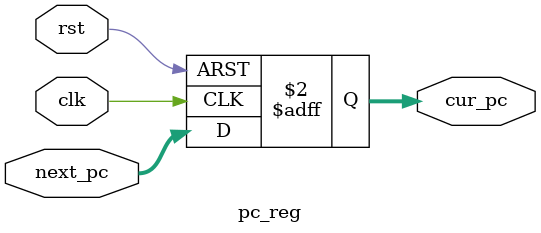
<source format=v>
`timescale 1ns / 1ps


module pc_reg(
    input              clk,
    input              rst,
    input [31:0]       next_pc,
    output reg [31:0]  cur_pc
    );

    always @ (posedge clk or posedge rst) begin
        if(rst)
            cur_pc <= 32'b0;
        else
            cur_pc <= next_pc;
    end    
endmodule
</source>
